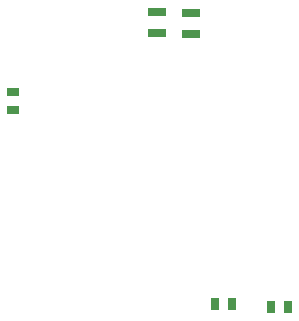
<source format=gbp>
G04 Layer_Color=128*
%FSLAX25Y25*%
%MOIN*%
G70*
G01*
G75*
%ADD12R,0.03150X0.03937*%
%ADD13R,0.03937X0.03150*%
%ADD26R,0.06000X0.03000*%
D12*
X362008Y177284D02*
D03*
X356299D02*
D03*
X374803Y176083D02*
D03*
X380512D02*
D03*
D13*
X288976Y242028D02*
D03*
Y247736D02*
D03*
D26*
X348130Y267071D02*
D03*
Y274071D02*
D03*
X337106Y267465D02*
D03*
Y274465D02*
D03*
M02*

</source>
